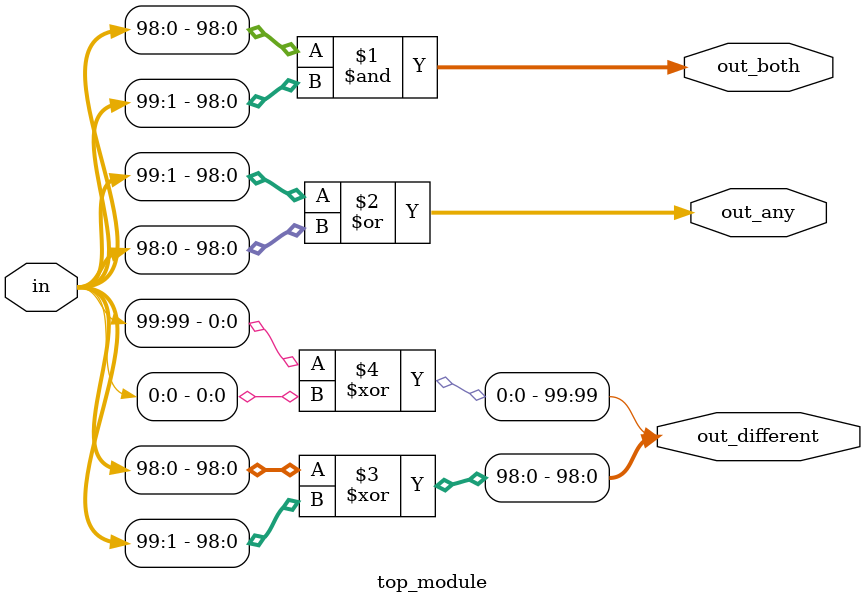
<source format=v>
module top_module( 
    input [99:0] in,
    output [98:0] out_both,
    output [99:1] out_any,
    output [99:0] out_different );

    assign out_both = in[98:0] & in[99:1];
    assign out_any = in[99:1] | in[98:0];
    assign out_different[98:0] = in[98:0] ^ in[99:1];
    assign out_different[99] = in[99] ^ in[0];
endmodule

</source>
